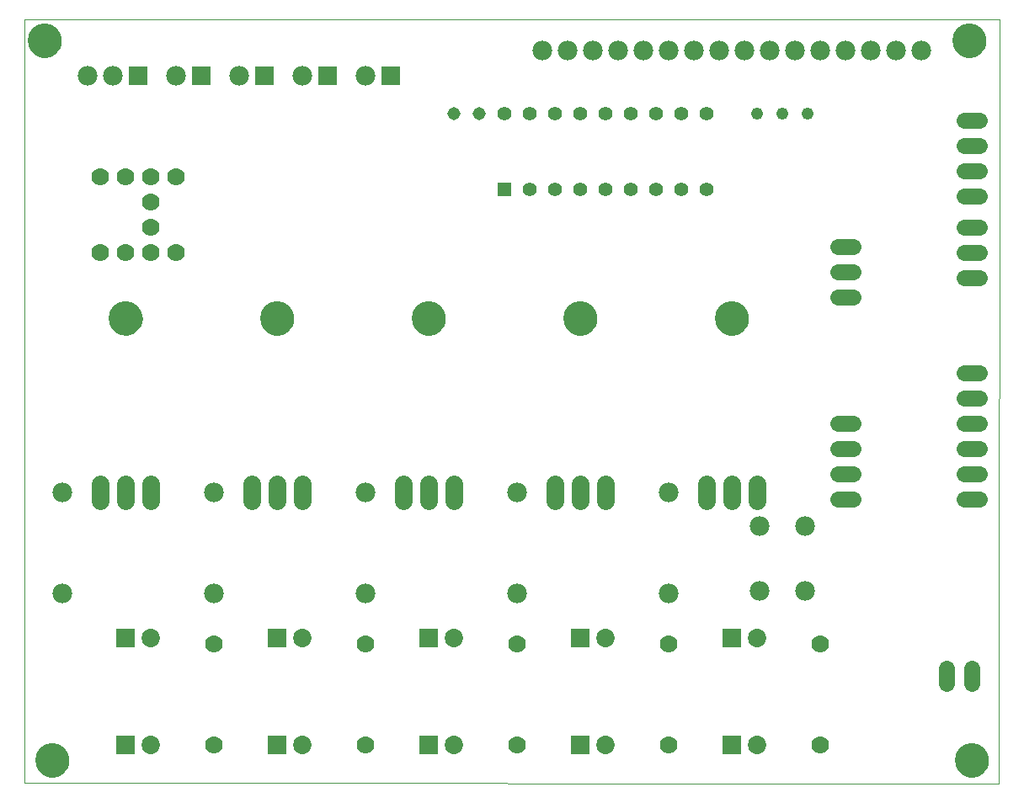
<source format=gbs>
G75*
G70*
%OFA0B0*%
%FSLAX24Y24*%
%IPPOS*%
%LPD*%
%AMOC8*
5,1,8,0,0,1.08239X$1,22.5*
%
%ADD10C,0.0000*%
%ADD11C,0.0700*%
%ADD12C,0.1340*%
%ADD13C,0.0640*%
%ADD14C,0.0700*%
%ADD15C,0.0780*%
%ADD16R,0.0560X0.0560*%
%ADD17C,0.0560*%
%ADD18C,0.0480*%
%ADD19C,0.0516*%
%ADD20C,0.0730*%
%ADD21R,0.0730X0.0730*%
%ADD22R,0.0780X0.0780*%
D10*
X000433Y000333D02*
X000433Y030581D01*
X039029Y030581D01*
X039009Y000303D01*
X000433Y000333D01*
X000883Y001233D02*
X000885Y001283D01*
X000891Y001333D01*
X000901Y001383D01*
X000914Y001431D01*
X000931Y001479D01*
X000952Y001525D01*
X000976Y001569D01*
X001004Y001611D01*
X001035Y001651D01*
X001069Y001688D01*
X001106Y001723D01*
X001145Y001754D01*
X001186Y001783D01*
X001230Y001808D01*
X001276Y001830D01*
X001323Y001848D01*
X001371Y001862D01*
X001420Y001873D01*
X001470Y001880D01*
X001520Y001883D01*
X001571Y001882D01*
X001621Y001877D01*
X001671Y001868D01*
X001719Y001856D01*
X001767Y001839D01*
X001813Y001819D01*
X001858Y001796D01*
X001901Y001769D01*
X001941Y001739D01*
X001979Y001706D01*
X002014Y001670D01*
X002047Y001631D01*
X002076Y001590D01*
X002102Y001547D01*
X002125Y001502D01*
X002144Y001455D01*
X002159Y001407D01*
X002171Y001358D01*
X002179Y001308D01*
X002183Y001258D01*
X002183Y001208D01*
X002179Y001158D01*
X002171Y001108D01*
X002159Y001059D01*
X002144Y001011D01*
X002125Y000964D01*
X002102Y000919D01*
X002076Y000876D01*
X002047Y000835D01*
X002014Y000796D01*
X001979Y000760D01*
X001941Y000727D01*
X001901Y000697D01*
X001858Y000670D01*
X001813Y000647D01*
X001767Y000627D01*
X001719Y000610D01*
X001671Y000598D01*
X001621Y000589D01*
X001571Y000584D01*
X001520Y000583D01*
X001470Y000586D01*
X001420Y000593D01*
X001371Y000604D01*
X001323Y000618D01*
X001276Y000636D01*
X001230Y000658D01*
X001186Y000683D01*
X001145Y000712D01*
X001106Y000743D01*
X001069Y000778D01*
X001035Y000815D01*
X001004Y000855D01*
X000976Y000897D01*
X000952Y000941D01*
X000931Y000987D01*
X000914Y001035D01*
X000901Y001083D01*
X000891Y001133D01*
X000885Y001183D01*
X000883Y001233D01*
X003786Y018736D02*
X003788Y018786D01*
X003794Y018836D01*
X003804Y018886D01*
X003817Y018934D01*
X003834Y018982D01*
X003855Y019028D01*
X003879Y019072D01*
X003907Y019114D01*
X003938Y019154D01*
X003972Y019191D01*
X004009Y019226D01*
X004048Y019257D01*
X004089Y019286D01*
X004133Y019311D01*
X004179Y019333D01*
X004226Y019351D01*
X004274Y019365D01*
X004323Y019376D01*
X004373Y019383D01*
X004423Y019386D01*
X004474Y019385D01*
X004524Y019380D01*
X004574Y019371D01*
X004622Y019359D01*
X004670Y019342D01*
X004716Y019322D01*
X004761Y019299D01*
X004804Y019272D01*
X004844Y019242D01*
X004882Y019209D01*
X004917Y019173D01*
X004950Y019134D01*
X004979Y019093D01*
X005005Y019050D01*
X005028Y019005D01*
X005047Y018958D01*
X005062Y018910D01*
X005074Y018861D01*
X005082Y018811D01*
X005086Y018761D01*
X005086Y018711D01*
X005082Y018661D01*
X005074Y018611D01*
X005062Y018562D01*
X005047Y018514D01*
X005028Y018467D01*
X005005Y018422D01*
X004979Y018379D01*
X004950Y018338D01*
X004917Y018299D01*
X004882Y018263D01*
X004844Y018230D01*
X004804Y018200D01*
X004761Y018173D01*
X004716Y018150D01*
X004670Y018130D01*
X004622Y018113D01*
X004574Y018101D01*
X004524Y018092D01*
X004474Y018087D01*
X004423Y018086D01*
X004373Y018089D01*
X004323Y018096D01*
X004274Y018107D01*
X004226Y018121D01*
X004179Y018139D01*
X004133Y018161D01*
X004089Y018186D01*
X004048Y018215D01*
X004009Y018246D01*
X003972Y018281D01*
X003938Y018318D01*
X003907Y018358D01*
X003879Y018400D01*
X003855Y018444D01*
X003834Y018490D01*
X003817Y018538D01*
X003804Y018586D01*
X003794Y018636D01*
X003788Y018686D01*
X003786Y018736D01*
X009783Y018733D02*
X009785Y018783D01*
X009791Y018833D01*
X009801Y018883D01*
X009814Y018931D01*
X009831Y018979D01*
X009852Y019025D01*
X009876Y019069D01*
X009904Y019111D01*
X009935Y019151D01*
X009969Y019188D01*
X010006Y019223D01*
X010045Y019254D01*
X010086Y019283D01*
X010130Y019308D01*
X010176Y019330D01*
X010223Y019348D01*
X010271Y019362D01*
X010320Y019373D01*
X010370Y019380D01*
X010420Y019383D01*
X010471Y019382D01*
X010521Y019377D01*
X010571Y019368D01*
X010619Y019356D01*
X010667Y019339D01*
X010713Y019319D01*
X010758Y019296D01*
X010801Y019269D01*
X010841Y019239D01*
X010879Y019206D01*
X010914Y019170D01*
X010947Y019131D01*
X010976Y019090D01*
X011002Y019047D01*
X011025Y019002D01*
X011044Y018955D01*
X011059Y018907D01*
X011071Y018858D01*
X011079Y018808D01*
X011083Y018758D01*
X011083Y018708D01*
X011079Y018658D01*
X011071Y018608D01*
X011059Y018559D01*
X011044Y018511D01*
X011025Y018464D01*
X011002Y018419D01*
X010976Y018376D01*
X010947Y018335D01*
X010914Y018296D01*
X010879Y018260D01*
X010841Y018227D01*
X010801Y018197D01*
X010758Y018170D01*
X010713Y018147D01*
X010667Y018127D01*
X010619Y018110D01*
X010571Y018098D01*
X010521Y018089D01*
X010471Y018084D01*
X010420Y018083D01*
X010370Y018086D01*
X010320Y018093D01*
X010271Y018104D01*
X010223Y018118D01*
X010176Y018136D01*
X010130Y018158D01*
X010086Y018183D01*
X010045Y018212D01*
X010006Y018243D01*
X009969Y018278D01*
X009935Y018315D01*
X009904Y018355D01*
X009876Y018397D01*
X009852Y018441D01*
X009831Y018487D01*
X009814Y018535D01*
X009801Y018583D01*
X009791Y018633D01*
X009785Y018683D01*
X009783Y018733D01*
X015783Y018733D02*
X015785Y018783D01*
X015791Y018833D01*
X015801Y018883D01*
X015814Y018931D01*
X015831Y018979D01*
X015852Y019025D01*
X015876Y019069D01*
X015904Y019111D01*
X015935Y019151D01*
X015969Y019188D01*
X016006Y019223D01*
X016045Y019254D01*
X016086Y019283D01*
X016130Y019308D01*
X016176Y019330D01*
X016223Y019348D01*
X016271Y019362D01*
X016320Y019373D01*
X016370Y019380D01*
X016420Y019383D01*
X016471Y019382D01*
X016521Y019377D01*
X016571Y019368D01*
X016619Y019356D01*
X016667Y019339D01*
X016713Y019319D01*
X016758Y019296D01*
X016801Y019269D01*
X016841Y019239D01*
X016879Y019206D01*
X016914Y019170D01*
X016947Y019131D01*
X016976Y019090D01*
X017002Y019047D01*
X017025Y019002D01*
X017044Y018955D01*
X017059Y018907D01*
X017071Y018858D01*
X017079Y018808D01*
X017083Y018758D01*
X017083Y018708D01*
X017079Y018658D01*
X017071Y018608D01*
X017059Y018559D01*
X017044Y018511D01*
X017025Y018464D01*
X017002Y018419D01*
X016976Y018376D01*
X016947Y018335D01*
X016914Y018296D01*
X016879Y018260D01*
X016841Y018227D01*
X016801Y018197D01*
X016758Y018170D01*
X016713Y018147D01*
X016667Y018127D01*
X016619Y018110D01*
X016571Y018098D01*
X016521Y018089D01*
X016471Y018084D01*
X016420Y018083D01*
X016370Y018086D01*
X016320Y018093D01*
X016271Y018104D01*
X016223Y018118D01*
X016176Y018136D01*
X016130Y018158D01*
X016086Y018183D01*
X016045Y018212D01*
X016006Y018243D01*
X015969Y018278D01*
X015935Y018315D01*
X015904Y018355D01*
X015876Y018397D01*
X015852Y018441D01*
X015831Y018487D01*
X015814Y018535D01*
X015801Y018583D01*
X015791Y018633D01*
X015785Y018683D01*
X015783Y018733D01*
X021783Y018733D02*
X021785Y018783D01*
X021791Y018833D01*
X021801Y018883D01*
X021814Y018931D01*
X021831Y018979D01*
X021852Y019025D01*
X021876Y019069D01*
X021904Y019111D01*
X021935Y019151D01*
X021969Y019188D01*
X022006Y019223D01*
X022045Y019254D01*
X022086Y019283D01*
X022130Y019308D01*
X022176Y019330D01*
X022223Y019348D01*
X022271Y019362D01*
X022320Y019373D01*
X022370Y019380D01*
X022420Y019383D01*
X022471Y019382D01*
X022521Y019377D01*
X022571Y019368D01*
X022619Y019356D01*
X022667Y019339D01*
X022713Y019319D01*
X022758Y019296D01*
X022801Y019269D01*
X022841Y019239D01*
X022879Y019206D01*
X022914Y019170D01*
X022947Y019131D01*
X022976Y019090D01*
X023002Y019047D01*
X023025Y019002D01*
X023044Y018955D01*
X023059Y018907D01*
X023071Y018858D01*
X023079Y018808D01*
X023083Y018758D01*
X023083Y018708D01*
X023079Y018658D01*
X023071Y018608D01*
X023059Y018559D01*
X023044Y018511D01*
X023025Y018464D01*
X023002Y018419D01*
X022976Y018376D01*
X022947Y018335D01*
X022914Y018296D01*
X022879Y018260D01*
X022841Y018227D01*
X022801Y018197D01*
X022758Y018170D01*
X022713Y018147D01*
X022667Y018127D01*
X022619Y018110D01*
X022571Y018098D01*
X022521Y018089D01*
X022471Y018084D01*
X022420Y018083D01*
X022370Y018086D01*
X022320Y018093D01*
X022271Y018104D01*
X022223Y018118D01*
X022176Y018136D01*
X022130Y018158D01*
X022086Y018183D01*
X022045Y018212D01*
X022006Y018243D01*
X021969Y018278D01*
X021935Y018315D01*
X021904Y018355D01*
X021876Y018397D01*
X021852Y018441D01*
X021831Y018487D01*
X021814Y018535D01*
X021801Y018583D01*
X021791Y018633D01*
X021785Y018683D01*
X021783Y018733D01*
X027783Y018733D02*
X027785Y018783D01*
X027791Y018833D01*
X027801Y018883D01*
X027814Y018931D01*
X027831Y018979D01*
X027852Y019025D01*
X027876Y019069D01*
X027904Y019111D01*
X027935Y019151D01*
X027969Y019188D01*
X028006Y019223D01*
X028045Y019254D01*
X028086Y019283D01*
X028130Y019308D01*
X028176Y019330D01*
X028223Y019348D01*
X028271Y019362D01*
X028320Y019373D01*
X028370Y019380D01*
X028420Y019383D01*
X028471Y019382D01*
X028521Y019377D01*
X028571Y019368D01*
X028619Y019356D01*
X028667Y019339D01*
X028713Y019319D01*
X028758Y019296D01*
X028801Y019269D01*
X028841Y019239D01*
X028879Y019206D01*
X028914Y019170D01*
X028947Y019131D01*
X028976Y019090D01*
X029002Y019047D01*
X029025Y019002D01*
X029044Y018955D01*
X029059Y018907D01*
X029071Y018858D01*
X029079Y018808D01*
X029083Y018758D01*
X029083Y018708D01*
X029079Y018658D01*
X029071Y018608D01*
X029059Y018559D01*
X029044Y018511D01*
X029025Y018464D01*
X029002Y018419D01*
X028976Y018376D01*
X028947Y018335D01*
X028914Y018296D01*
X028879Y018260D01*
X028841Y018227D01*
X028801Y018197D01*
X028758Y018170D01*
X028713Y018147D01*
X028667Y018127D01*
X028619Y018110D01*
X028571Y018098D01*
X028521Y018089D01*
X028471Y018084D01*
X028420Y018083D01*
X028370Y018086D01*
X028320Y018093D01*
X028271Y018104D01*
X028223Y018118D01*
X028176Y018136D01*
X028130Y018158D01*
X028086Y018183D01*
X028045Y018212D01*
X028006Y018243D01*
X027969Y018278D01*
X027935Y018315D01*
X027904Y018355D01*
X027876Y018397D01*
X027852Y018441D01*
X027831Y018487D01*
X027814Y018535D01*
X027801Y018583D01*
X027791Y018633D01*
X027785Y018683D01*
X027783Y018733D01*
X037183Y029733D02*
X037185Y029783D01*
X037191Y029833D01*
X037201Y029883D01*
X037214Y029931D01*
X037231Y029979D01*
X037252Y030025D01*
X037276Y030069D01*
X037304Y030111D01*
X037335Y030151D01*
X037369Y030188D01*
X037406Y030223D01*
X037445Y030254D01*
X037486Y030283D01*
X037530Y030308D01*
X037576Y030330D01*
X037623Y030348D01*
X037671Y030362D01*
X037720Y030373D01*
X037770Y030380D01*
X037820Y030383D01*
X037871Y030382D01*
X037921Y030377D01*
X037971Y030368D01*
X038019Y030356D01*
X038067Y030339D01*
X038113Y030319D01*
X038158Y030296D01*
X038201Y030269D01*
X038241Y030239D01*
X038279Y030206D01*
X038314Y030170D01*
X038347Y030131D01*
X038376Y030090D01*
X038402Y030047D01*
X038425Y030002D01*
X038444Y029955D01*
X038459Y029907D01*
X038471Y029858D01*
X038479Y029808D01*
X038483Y029758D01*
X038483Y029708D01*
X038479Y029658D01*
X038471Y029608D01*
X038459Y029559D01*
X038444Y029511D01*
X038425Y029464D01*
X038402Y029419D01*
X038376Y029376D01*
X038347Y029335D01*
X038314Y029296D01*
X038279Y029260D01*
X038241Y029227D01*
X038201Y029197D01*
X038158Y029170D01*
X038113Y029147D01*
X038067Y029127D01*
X038019Y029110D01*
X037971Y029098D01*
X037921Y029089D01*
X037871Y029084D01*
X037820Y029083D01*
X037770Y029086D01*
X037720Y029093D01*
X037671Y029104D01*
X037623Y029118D01*
X037576Y029136D01*
X037530Y029158D01*
X037486Y029183D01*
X037445Y029212D01*
X037406Y029243D01*
X037369Y029278D01*
X037335Y029315D01*
X037304Y029355D01*
X037276Y029397D01*
X037252Y029441D01*
X037231Y029487D01*
X037214Y029535D01*
X037201Y029583D01*
X037191Y029633D01*
X037185Y029683D01*
X037183Y029733D01*
X000583Y029733D02*
X000585Y029783D01*
X000591Y029833D01*
X000601Y029883D01*
X000614Y029931D01*
X000631Y029979D01*
X000652Y030025D01*
X000676Y030069D01*
X000704Y030111D01*
X000735Y030151D01*
X000769Y030188D01*
X000806Y030223D01*
X000845Y030254D01*
X000886Y030283D01*
X000930Y030308D01*
X000976Y030330D01*
X001023Y030348D01*
X001071Y030362D01*
X001120Y030373D01*
X001170Y030380D01*
X001220Y030383D01*
X001271Y030382D01*
X001321Y030377D01*
X001371Y030368D01*
X001419Y030356D01*
X001467Y030339D01*
X001513Y030319D01*
X001558Y030296D01*
X001601Y030269D01*
X001641Y030239D01*
X001679Y030206D01*
X001714Y030170D01*
X001747Y030131D01*
X001776Y030090D01*
X001802Y030047D01*
X001825Y030002D01*
X001844Y029955D01*
X001859Y029907D01*
X001871Y029858D01*
X001879Y029808D01*
X001883Y029758D01*
X001883Y029708D01*
X001879Y029658D01*
X001871Y029608D01*
X001859Y029559D01*
X001844Y029511D01*
X001825Y029464D01*
X001802Y029419D01*
X001776Y029376D01*
X001747Y029335D01*
X001714Y029296D01*
X001679Y029260D01*
X001641Y029227D01*
X001601Y029197D01*
X001558Y029170D01*
X001513Y029147D01*
X001467Y029127D01*
X001419Y029110D01*
X001371Y029098D01*
X001321Y029089D01*
X001271Y029084D01*
X001220Y029083D01*
X001170Y029086D01*
X001120Y029093D01*
X001071Y029104D01*
X001023Y029118D01*
X000976Y029136D01*
X000930Y029158D01*
X000886Y029183D01*
X000845Y029212D01*
X000806Y029243D01*
X000769Y029278D01*
X000735Y029315D01*
X000704Y029355D01*
X000676Y029397D01*
X000652Y029441D01*
X000631Y029487D01*
X000614Y029535D01*
X000601Y029583D01*
X000591Y029633D01*
X000585Y029683D01*
X000583Y029733D01*
X037283Y001233D02*
X037285Y001283D01*
X037291Y001333D01*
X037301Y001383D01*
X037314Y001431D01*
X037331Y001479D01*
X037352Y001525D01*
X037376Y001569D01*
X037404Y001611D01*
X037435Y001651D01*
X037469Y001688D01*
X037506Y001723D01*
X037545Y001754D01*
X037586Y001783D01*
X037630Y001808D01*
X037676Y001830D01*
X037723Y001848D01*
X037771Y001862D01*
X037820Y001873D01*
X037870Y001880D01*
X037920Y001883D01*
X037971Y001882D01*
X038021Y001877D01*
X038071Y001868D01*
X038119Y001856D01*
X038167Y001839D01*
X038213Y001819D01*
X038258Y001796D01*
X038301Y001769D01*
X038341Y001739D01*
X038379Y001706D01*
X038414Y001670D01*
X038447Y001631D01*
X038476Y001590D01*
X038502Y001547D01*
X038525Y001502D01*
X038544Y001455D01*
X038559Y001407D01*
X038571Y001358D01*
X038579Y001308D01*
X038583Y001258D01*
X038583Y001208D01*
X038579Y001158D01*
X038571Y001108D01*
X038559Y001059D01*
X038544Y001011D01*
X038525Y000964D01*
X038502Y000919D01*
X038476Y000876D01*
X038447Y000835D01*
X038414Y000796D01*
X038379Y000760D01*
X038341Y000727D01*
X038301Y000697D01*
X038258Y000670D01*
X038213Y000647D01*
X038167Y000627D01*
X038119Y000610D01*
X038071Y000598D01*
X038021Y000589D01*
X037971Y000584D01*
X037920Y000583D01*
X037870Y000586D01*
X037820Y000593D01*
X037771Y000604D01*
X037723Y000618D01*
X037676Y000636D01*
X037630Y000658D01*
X037586Y000683D01*
X037545Y000712D01*
X037506Y000743D01*
X037469Y000778D01*
X037435Y000815D01*
X037404Y000855D01*
X037376Y000897D01*
X037352Y000941D01*
X037331Y000987D01*
X037314Y001035D01*
X037301Y001083D01*
X037291Y001133D01*
X037285Y001183D01*
X037283Y001233D01*
D11*
X029433Y011503D02*
X029433Y012163D01*
X028433Y012163D02*
X028433Y011503D01*
X027433Y011503D02*
X027433Y012163D01*
X023433Y012163D02*
X023433Y011503D01*
X022433Y011503D02*
X022433Y012163D01*
X021433Y012163D02*
X021433Y011503D01*
X017433Y011503D02*
X017433Y012163D01*
X016433Y012163D02*
X016433Y011503D01*
X015433Y011503D02*
X015433Y012163D01*
X011433Y012163D02*
X011433Y011503D01*
X010433Y011503D02*
X010433Y012163D01*
X009433Y012163D02*
X009433Y011503D01*
X005436Y011506D02*
X005436Y012166D01*
X004436Y012166D02*
X004436Y011506D01*
X003436Y011506D02*
X003436Y012166D01*
D12*
X004436Y018736D03*
X010433Y018733D03*
X016433Y018733D03*
X022433Y018733D03*
X028433Y018733D03*
X037833Y029733D03*
X037933Y001233D03*
X001533Y001233D03*
X001233Y029733D03*
D13*
X032633Y021583D02*
X033233Y021583D01*
X033233Y020583D02*
X032633Y020583D01*
X032633Y019583D02*
X033233Y019583D01*
X037633Y020333D02*
X038233Y020333D01*
X038233Y021333D02*
X037633Y021333D01*
X037633Y022333D02*
X038233Y022333D01*
X038233Y023583D02*
X037633Y023583D01*
X037633Y024583D02*
X038233Y024583D01*
X038233Y025583D02*
X037633Y025583D01*
X037633Y026583D02*
X038233Y026583D01*
X038233Y016583D02*
X037633Y016583D01*
X037633Y015583D02*
X038233Y015583D01*
X038233Y014583D02*
X037633Y014583D01*
X037633Y013583D02*
X038233Y013583D01*
X038233Y012583D02*
X037633Y012583D01*
X037633Y011583D02*
X038233Y011583D01*
X033229Y011580D02*
X032629Y011580D01*
X032629Y012580D02*
X033229Y012580D01*
X033229Y013580D02*
X032629Y013580D01*
X032629Y014580D02*
X033229Y014580D01*
X036936Y004888D02*
X036936Y004288D01*
X037936Y004288D02*
X037936Y004888D01*
D14*
X031933Y005833D03*
X031933Y001833D03*
X025933Y001833D03*
X025933Y005833D03*
X019933Y005833D03*
X019933Y001833D03*
X013933Y001833D03*
X013933Y005833D03*
X007940Y005837D03*
X007940Y001837D03*
X006433Y021333D03*
X005433Y021333D03*
X004433Y021333D03*
X003433Y021333D03*
X005433Y022333D03*
X005433Y023333D03*
X005433Y024333D03*
X004433Y024333D03*
X003433Y024333D03*
X006433Y024333D03*
D15*
X006433Y028333D03*
X003933Y028333D03*
X002933Y028333D03*
X008933Y028333D03*
X011433Y028333D03*
X013933Y028333D03*
X020933Y029333D03*
X021933Y029333D03*
X022933Y029333D03*
X023933Y029333D03*
X024933Y029333D03*
X025933Y029333D03*
X026933Y029333D03*
X027933Y029333D03*
X028933Y029333D03*
X029933Y029333D03*
X030933Y029333D03*
X031933Y029333D03*
X032933Y029333D03*
X033933Y029333D03*
X034933Y029333D03*
X035933Y029333D03*
X025933Y011833D03*
X029543Y010513D03*
X031323Y010513D03*
X031323Y007953D03*
X029543Y007953D03*
X025933Y007833D03*
X019933Y007833D03*
X019933Y011833D03*
X013933Y011833D03*
X013933Y007833D03*
X007933Y007833D03*
X007933Y011833D03*
X001936Y011833D03*
X001936Y007833D03*
D16*
X019433Y023833D03*
D17*
X020433Y023833D03*
X021433Y023833D03*
X022433Y023833D03*
X023433Y023833D03*
X024433Y023833D03*
X025433Y023833D03*
X026433Y023833D03*
X027433Y023833D03*
X027433Y026833D03*
X026433Y026833D03*
X025433Y026833D03*
X024433Y026833D03*
X023433Y026833D03*
X022433Y026833D03*
X021433Y026833D03*
X020433Y026833D03*
X019433Y026833D03*
D18*
X029433Y026833D03*
X030433Y026833D03*
X031433Y026833D03*
D19*
X018433Y026833D03*
X017433Y026833D03*
D20*
X017433Y006083D03*
X017433Y001833D03*
X011433Y001833D03*
X011433Y006083D03*
X005433Y006083D03*
X005433Y001833D03*
X023433Y001833D03*
X023433Y006083D03*
X029433Y006083D03*
X029433Y001833D03*
D21*
X028433Y001833D03*
X028433Y006083D03*
X022433Y006083D03*
X022433Y001833D03*
X016433Y001833D03*
X016433Y006083D03*
X010433Y006083D03*
X010433Y001833D03*
X004433Y001833D03*
X004433Y006083D03*
D22*
X004933Y028333D03*
X007433Y028333D03*
X009933Y028333D03*
X012433Y028333D03*
X014933Y028333D03*
M02*

</source>
